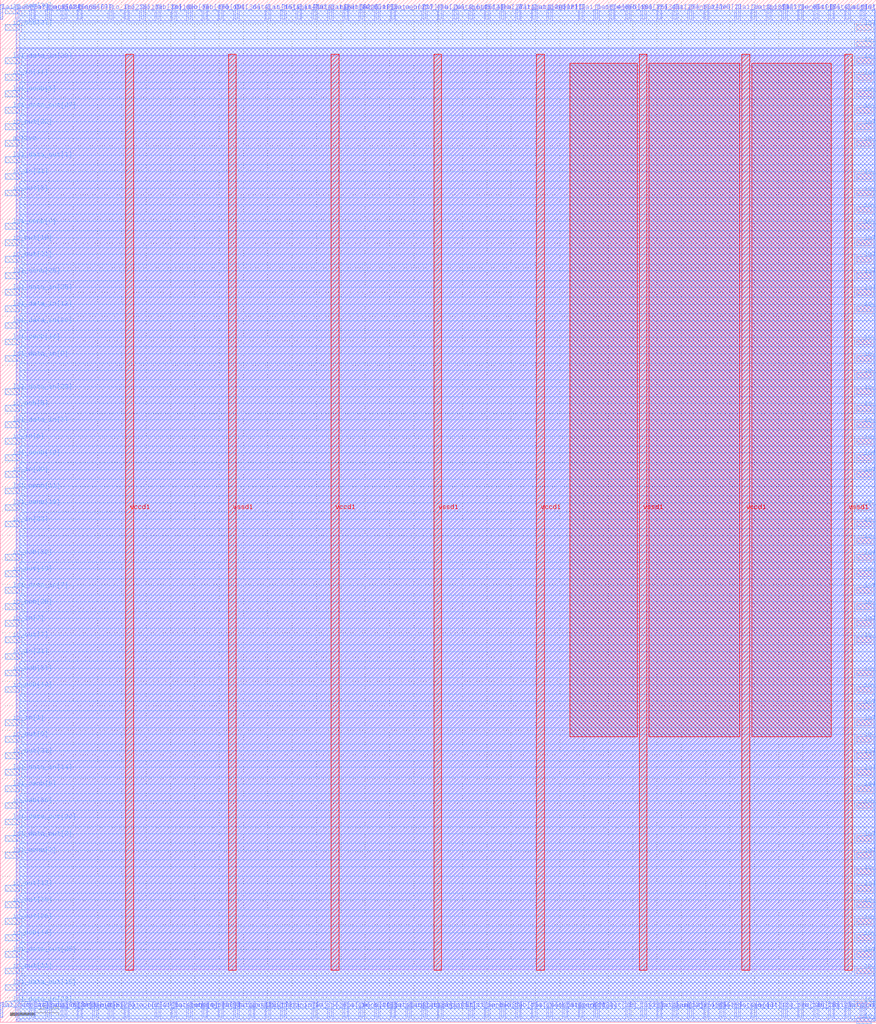
<source format=lef>
VERSION 5.7 ;
  NOWIREEXTENSIONATPIN ON ;
  DIVIDERCHAR "/" ;
  BUSBITCHARS "[]" ;
MACRO wrapped_rgb_mixer
  CLASS BLOCK ;
  FOREIGN wrapped_rgb_mixer ;
  ORIGIN 0.000 0.000 ;
  SIZE 180.000 BY 210.000 ;
  PIN active
    DIRECTION INPUT ;
    USE SIGNAL ;
    PORT
      LAYER met3 ;
        RECT 1.000 179.940 4.000 181.140 ;
    END
  END active
  PIN io_in[0]
    DIRECTION INPUT ;
    USE SIGNAL ;
    PORT
      LAYER met2 ;
        RECT 57.910 1.000 58.470 4.000 ;
    END
  END io_in[0]
  PIN io_in[10]
    DIRECTION INPUT ;
    USE SIGNAL ;
    PORT
      LAYER met2 ;
        RECT 93.330 206.000 93.890 209.000 ;
    END
  END io_in[10]
  PIN io_in[11]
    DIRECTION INPUT ;
    USE SIGNAL ;
    PORT
      LAYER met3 ;
        RECT 1.000 193.540 4.000 194.740 ;
    END
  END io_in[11]
  PIN io_in[12]
    DIRECTION INPUT ;
    USE SIGNAL ;
    PORT
      LAYER met3 ;
        RECT 176.000 179.940 179.000 181.140 ;
    END
  END io_in[12]
  PIN io_in[13]
    DIRECTION INPUT ;
    USE SIGNAL ;
    PORT
      LAYER met2 ;
        RECT 90.110 1.000 90.670 4.000 ;
    END
  END io_in[13]
  PIN io_in[14]
    DIRECTION INPUT ;
    USE SIGNAL ;
    PORT
      LAYER met2 ;
        RECT 57.910 206.000 58.470 209.000 ;
    END
  END io_in[14]
  PIN io_in[15]
    DIRECTION INPUT ;
    USE SIGNAL ;
    PORT
      LAYER met3 ;
        RECT 176.000 186.740 179.000 187.940 ;
    END
  END io_in[15]
  PIN io_in[16]
    DIRECTION INPUT ;
    USE SIGNAL ;
    PORT
      LAYER met3 ;
        RECT 176.000 30.340 179.000 31.540 ;
    END
  END io_in[16]
  PIN io_in[17]
    DIRECTION INPUT ;
    USE SIGNAL ;
    PORT
      LAYER met2 ;
        RECT 25.710 206.000 26.270 209.000 ;
    END
  END io_in[17]
  PIN io_in[18]
    DIRECTION INPUT ;
    USE SIGNAL ;
    PORT
      LAYER met2 ;
        RECT 32.150 206.000 32.710 209.000 ;
    END
  END io_in[18]
  PIN io_in[19]
    DIRECTION INPUT ;
    USE SIGNAL ;
    PORT
      LAYER met2 ;
        RECT 167.390 1.000 167.950 4.000 ;
    END
  END io_in[19]
  PIN io_in[1]
    DIRECTION INPUT ;
    USE SIGNAL ;
    PORT
      LAYER met3 ;
        RECT 1.000 60.940 4.000 62.140 ;
    END
  END io_in[1]
  PIN io_in[20]
    DIRECTION INPUT ;
    USE SIGNAL ;
    PORT
      LAYER met3 ;
        RECT 1.000 111.940 4.000 113.140 ;
    END
  END io_in[20]
  PIN io_in[21]
    DIRECTION INPUT ;
    USE SIGNAL ;
    PORT
      LAYER met3 ;
        RECT 1.000 74.540 4.000 75.740 ;
    END
  END io_in[21]
  PIN io_in[22]
    DIRECTION INPUT ;
    USE SIGNAL ;
    PORT
      LAYER met3 ;
        RECT 176.000 77.940 179.000 79.140 ;
    END
  END io_in[22]
  PIN io_in[23]
    DIRECTION INPUT ;
    USE SIGNAL ;
    PORT
      LAYER met2 ;
        RECT 22.490 206.000 23.050 209.000 ;
    END
  END io_in[23]
  PIN io_in[24]
    DIRECTION INPUT ;
    USE SIGNAL ;
    PORT
      LAYER met2 ;
        RECT 9.610 206.000 10.170 209.000 ;
    END
  END io_in[24]
  PIN io_in[25]
    DIRECTION INPUT ;
    USE SIGNAL ;
    PORT
      LAYER met2 ;
        RECT 144.850 1.000 145.410 4.000 ;
    END
  END io_in[25]
  PIN io_in[26]
    DIRECTION INPUT ;
    USE SIGNAL ;
    PORT
      LAYER met2 ;
        RECT 141.630 1.000 142.190 4.000 ;
    END
  END io_in[26]
  PIN io_in[27]
    DIRECTION INPUT ;
    USE SIGNAL ;
    PORT
      LAYER met3 ;
        RECT 176.000 57.540 179.000 58.740 ;
    END
  END io_in[27]
  PIN io_in[28]
    DIRECTION INPUT ;
    USE SIGNAL ;
    PORT
      LAYER met2 ;
        RECT 128.750 1.000 129.310 4.000 ;
    END
  END io_in[28]
  PIN io_in[29]
    DIRECTION INPUT ;
    USE SIGNAL ;
    PORT
      LAYER met2 ;
        RECT 177.050 206.000 177.610 209.000 ;
    END
  END io_in[29]
  PIN io_in[2]
    DIRECTION INPUT ;
    USE SIGNAL ;
    PORT
      LAYER met2 ;
        RECT 64.350 1.000 64.910 4.000 ;
    END
  END io_in[2]
  PIN io_in[30]
    DIRECTION INPUT ;
    USE SIGNAL ;
    PORT
      LAYER met3 ;
        RECT 176.000 91.540 179.000 92.740 ;
    END
  END io_in[30]
  PIN io_in[31]
    DIRECTION INPUT ;
    USE SIGNAL ;
    PORT
      LAYER met3 ;
        RECT 1.000 173.140 4.000 174.340 ;
    END
  END io_in[31]
  PIN io_in[32]
    DIRECTION INPUT ;
    USE SIGNAL ;
    PORT
      LAYER met2 ;
        RECT 119.090 1.000 119.650 4.000 ;
    END
  END io_in[32]
  PIN io_in[33]
    DIRECTION INPUT ;
    USE SIGNAL ;
    PORT
      LAYER met3 ;
        RECT 1.000 101.740 4.000 102.940 ;
    END
  END io_in[33]
  PIN io_in[34]
    DIRECTION INPUT ;
    USE SIGNAL ;
    PORT
      LAYER met2 ;
        RECT 131.970 206.000 132.530 209.000 ;
    END
  END io_in[34]
  PIN io_in[35]
    DIRECTION INPUT ;
    USE SIGNAL ;
    PORT
      LAYER met2 ;
        RECT 154.510 206.000 155.070 209.000 ;
    END
  END io_in[35]
  PIN io_in[36]
    DIRECTION INPUT ;
    USE SIGNAL ;
    PORT
      LAYER met3 ;
        RECT 176.000 135.740 179.000 136.940 ;
    END
  END io_in[36]
  PIN io_in[37]
    DIRECTION INPUT ;
    USE SIGNAL ;
    PORT
      LAYER met2 ;
        RECT 157.730 206.000 158.290 209.000 ;
    END
  END io_in[37]
  PIN io_in[3]
    DIRECTION INPUT ;
    USE SIGNAL ;
    PORT
      LAYER met2 ;
        RECT 96.550 206.000 97.110 209.000 ;
    END
  END io_in[3]
  PIN io_in[4]
    DIRECTION INPUT ;
    USE SIGNAL ;
    PORT
      LAYER met3 ;
        RECT 176.000 132.340 179.000 133.540 ;
    END
  END io_in[4]
  PIN io_in[5]
    DIRECTION INPUT ;
    USE SIGNAL ;
    PORT
      LAYER met3 ;
        RECT 176.000 200.340 179.000 201.540 ;
    END
  END io_in[5]
  PIN io_in[6]
    DIRECTION INPUT ;
    USE SIGNAL ;
    PORT
      LAYER met3 ;
        RECT 1.000 118.740 4.000 119.940 ;
    END
  END io_in[6]
  PIN io_in[7]
    DIRECTION INPUT ;
    USE SIGNAL ;
    PORT
      LAYER met3 ;
        RECT 1.000 81.340 4.000 82.540 ;
    END
  END io_in[7]
  PIN io_in[8]
    DIRECTION INPUT ;
    USE SIGNAL ;
    PORT
      LAYER met3 ;
        RECT 176.000 145.940 179.000 147.140 ;
    END
  END io_in[8]
  PIN io_in[9]
    DIRECTION INPUT ;
    USE SIGNAL ;
    PORT
      LAYER met2 ;
        RECT 16.050 206.000 16.610 209.000 ;
    END
  END io_in[9]
  PIN io_oeb[0]
    DIRECTION OUTPUT TRISTATE ;
    USE SIGNAL ;
    PORT
      LAYER met2 ;
        RECT 102.990 1.000 103.550 4.000 ;
    END
  END io_oeb[0]
  PIN io_oeb[10]
    DIRECTION OUTPUT TRISTATE ;
    USE SIGNAL ;
    PORT
      LAYER met3 ;
        RECT 1.000 67.740 4.000 68.940 ;
    END
  END io_oeb[10]
  PIN io_oeb[11]
    DIRECTION OUTPUT TRISTATE ;
    USE SIGNAL ;
    PORT
      LAYER met3 ;
        RECT 176.000 125.540 179.000 126.740 ;
    END
  END io_oeb[11]
  PIN io_oeb[12]
    DIRECTION OUTPUT TRISTATE ;
    USE SIGNAL ;
    PORT
      LAYER met3 ;
        RECT 176.000 71.140 179.000 72.340 ;
    END
  END io_oeb[12]
  PIN io_oeb[13]
    DIRECTION OUTPUT TRISTATE ;
    USE SIGNAL ;
    PORT
      LAYER met3 ;
        RECT 176.000 67.740 179.000 68.940 ;
    END
  END io_oeb[13]
  PIN io_oeb[14]
    DIRECTION OUTPUT TRISTATE ;
    USE SIGNAL ;
    PORT
      LAYER met3 ;
        RECT 1.000 16.740 4.000 17.940 ;
    END
  END io_oeb[14]
  PIN io_oeb[15]
    DIRECTION OUTPUT TRISTATE ;
    USE SIGNAL ;
    PORT
      LAYER met2 ;
        RECT 38.590 206.000 39.150 209.000 ;
    END
  END io_oeb[15]
  PIN io_oeb[16]
    DIRECTION OUTPUT TRISTATE ;
    USE SIGNAL ;
    PORT
      LAYER met3 ;
        RECT 176.000 23.540 179.000 24.740 ;
    END
  END io_oeb[16]
  PIN io_oeb[17]
    DIRECTION OUTPUT TRISTATE ;
    USE SIGNAL ;
    PORT
      LAYER met2 ;
        RECT 51.470 1.000 52.030 4.000 ;
    END
  END io_oeb[17]
  PIN io_oeb[18]
    DIRECTION OUTPUT TRISTATE ;
    USE SIGNAL ;
    PORT
      LAYER met2 ;
        RECT 125.530 206.000 126.090 209.000 ;
    END
  END io_oeb[18]
  PIN io_oeb[19]
    DIRECTION OUTPUT TRISTATE ;
    USE SIGNAL ;
    PORT
      LAYER met2 ;
        RECT 41.810 206.000 42.370 209.000 ;
    END
  END io_oeb[19]
  PIN io_oeb[1]
    DIRECTION OUTPUT TRISTATE ;
    USE SIGNAL ;
    PORT
      LAYER met2 ;
        RECT 151.290 1.000 151.850 4.000 ;
    END
  END io_oeb[1]
  PIN io_oeb[20]
    DIRECTION OUTPUT TRISTATE ;
    USE SIGNAL ;
    PORT
      LAYER met3 ;
        RECT 176.000 98.340 179.000 99.540 ;
    END
  END io_oeb[20]
  PIN io_oeb[21]
    DIRECTION OUTPUT TRISTATE ;
    USE SIGNAL ;
    PORT
      LAYER met3 ;
        RECT 1.000 203.740 4.000 204.940 ;
    END
  END io_oeb[21]
  PIN io_oeb[22]
    DIRECTION OUTPUT TRISTATE ;
    USE SIGNAL ;
    PORT
      LAYER met2 ;
        RECT 19.270 1.000 19.830 4.000 ;
    END
  END io_oeb[22]
  PIN io_oeb[23]
    DIRECTION OUTPUT TRISTATE ;
    USE SIGNAL ;
    PORT
      LAYER met2 ;
        RECT 80.450 206.000 81.010 209.000 ;
    END
  END io_oeb[23]
  PIN io_oeb[24]
    DIRECTION OUTPUT TRISTATE ;
    USE SIGNAL ;
    PORT
      LAYER met2 ;
        RECT 86.890 206.000 87.450 209.000 ;
    END
  END io_oeb[24]
  PIN io_oeb[25]
    DIRECTION OUTPUT TRISTATE ;
    USE SIGNAL ;
    PORT
      LAYER met3 ;
        RECT 176.000 3.140 179.000 4.340 ;
    END
  END io_oeb[25]
  PIN io_oeb[26]
    DIRECTION OUTPUT TRISTATE ;
    USE SIGNAL ;
    PORT
      LAYER met3 ;
        RECT 176.000 166.340 179.000 167.540 ;
    END
  END io_oeb[26]
  PIN io_oeb[27]
    DIRECTION OUTPUT TRISTATE ;
    USE SIGNAL ;
    PORT
      LAYER met2 ;
        RECT 99.770 206.000 100.330 209.000 ;
    END
  END io_oeb[27]
  PIN io_oeb[28]
    DIRECTION OUTPUT TRISTATE ;
    USE SIGNAL ;
    PORT
      LAYER met2 ;
        RECT 164.170 1.000 164.730 4.000 ;
    END
  END io_oeb[28]
  PIN io_oeb[29]
    DIRECTION OUTPUT TRISTATE ;
    USE SIGNAL ;
    PORT
      LAYER met3 ;
        RECT 176.000 139.140 179.000 140.340 ;
    END
  END io_oeb[29]
  PIN io_oeb[2]
    DIRECTION OUTPUT TRISTATE ;
    USE SIGNAL ;
    PORT
      LAYER met2 ;
        RECT 144.850 206.000 145.410 209.000 ;
    END
  END io_oeb[2]
  PIN io_oeb[30]
    DIRECTION OUTPUT TRISTATE ;
    USE SIGNAL ;
    PORT
      LAYER met3 ;
        RECT 1.000 207.140 4.000 208.340 ;
    END
  END io_oeb[30]
  PIN io_oeb[31]
    DIRECTION OUTPUT TRISTATE ;
    USE SIGNAL ;
    PORT
      LAYER met2 ;
        RECT 160.950 1.000 161.510 4.000 ;
    END
  END io_oeb[31]
  PIN io_oeb[32]
    DIRECTION OUTPUT TRISTATE ;
    USE SIGNAL ;
    PORT
      LAYER met3 ;
        RECT 1.000 94.940 4.000 96.140 ;
    END
  END io_oeb[32]
  PIN io_oeb[33]
    DIRECTION OUTPUT TRISTATE ;
    USE SIGNAL ;
    PORT
      LAYER met3 ;
        RECT 176.000 9.940 179.000 11.140 ;
    END
  END io_oeb[33]
  PIN io_oeb[34]
    DIRECTION OUTPUT TRISTATE ;
    USE SIGNAL ;
    PORT
      LAYER met2 ;
        RECT 28.930 206.000 29.490 209.000 ;
    END
  END io_oeb[34]
  PIN io_oeb[35]
    DIRECTION OUTPUT TRISTATE ;
    USE SIGNAL ;
    PORT
      LAYER met3 ;
        RECT 1.000 84.740 4.000 85.940 ;
    END
  END io_oeb[35]
  PIN io_oeb[36]
    DIRECTION OUTPUT TRISTATE ;
    USE SIGNAL ;
    PORT
      LAYER met3 ;
        RECT 1.000 43.940 4.000 45.140 ;
    END
  END io_oeb[36]
  PIN io_oeb[37]
    DIRECTION OUTPUT TRISTATE ;
    USE SIGNAL ;
    PORT
      LAYER met3 ;
        RECT 1.000 71.140 4.000 72.340 ;
    END
  END io_oeb[37]
  PIN io_oeb[3]
    DIRECTION OUTPUT TRISTATE ;
    USE SIGNAL ;
    PORT
      LAYER met2 ;
        RECT 99.770 1.000 100.330 4.000 ;
    END
  END io_oeb[3]
  PIN io_oeb[4]
    DIRECTION OUTPUT TRISTATE ;
    USE SIGNAL ;
    PORT
      LAYER met3 ;
        RECT 176.000 16.740 179.000 17.940 ;
    END
  END io_oeb[4]
  PIN io_oeb[5]
    DIRECTION OUTPUT TRISTATE ;
    USE SIGNAL ;
    PORT
      LAYER met3 ;
        RECT 1.000 125.540 4.000 126.740 ;
    END
  END io_oeb[5]
  PIN io_oeb[6]
    DIRECTION OUTPUT TRISTATE ;
    USE SIGNAL ;
    PORT
      LAYER met3 ;
        RECT 176.000 84.740 179.000 85.940 ;
    END
  END io_oeb[6]
  PIN io_oeb[7]
    DIRECTION OUTPUT TRISTATE ;
    USE SIGNAL ;
    PORT
      LAYER met2 ;
        RECT 35.370 206.000 35.930 209.000 ;
    END
  END io_oeb[7]
  PIN io_oeb[8]
    DIRECTION OUTPUT TRISTATE ;
    USE SIGNAL ;
    PORT
      LAYER met2 ;
        RECT 16.050 1.000 16.610 4.000 ;
    END
  END io_oeb[8]
  PIN io_oeb[9]
    DIRECTION OUTPUT TRISTATE ;
    USE SIGNAL ;
    PORT
      LAYER met2 ;
        RECT 41.810 1.000 42.370 4.000 ;
    END
  END io_oeb[9]
  PIN io_out[0]
    DIRECTION OUTPUT TRISTATE ;
    USE SIGNAL ;
    PORT
      LAYER met3 ;
        RECT 176.000 196.940 179.000 198.140 ;
    END
  END io_out[0]
  PIN io_out[10]
    DIRECTION OUTPUT TRISTATE ;
    USE SIGNAL ;
    PORT
      LAYER met3 ;
        RECT 176.000 122.140 179.000 123.340 ;
    END
  END io_out[10]
  PIN io_out[11]
    DIRECTION OUTPUT TRISTATE ;
    USE SIGNAL ;
    PORT
      LAYER met3 ;
        RECT 1.000 9.940 4.000 11.140 ;
    END
  END io_out[11]
  PIN io_out[12]
    DIRECTION OUTPUT TRISTATE ;
    USE SIGNAL ;
    PORT
      LAYER met3 ;
        RECT 1.000 26.940 4.000 28.140 ;
    END
  END io_out[12]
  PIN io_out[13]
    DIRECTION OUTPUT TRISTATE ;
    USE SIGNAL ;
    PORT
      LAYER met2 ;
        RECT 154.510 1.000 155.070 4.000 ;
    END
  END io_out[13]
  PIN io_out[14]
    DIRECTION OUTPUT TRISTATE ;
    USE SIGNAL ;
    PORT
      LAYER met3 ;
        RECT 176.000 169.740 179.000 170.940 ;
    END
  END io_out[14]
  PIN io_out[15]
    DIRECTION OUTPUT TRISTATE ;
    USE SIGNAL ;
    PORT
      LAYER met3 ;
        RECT 1.000 159.540 4.000 160.740 ;
    END
  END io_out[15]
  PIN io_out[16]
    DIRECTION OUTPUT TRISTATE ;
    USE SIGNAL ;
    PORT
      LAYER met3 ;
        RECT 176.000 118.740 179.000 119.940 ;
    END
  END io_out[16]
  PIN io_out[17]
    DIRECTION OUTPUT TRISTATE ;
    USE SIGNAL ;
    PORT
      LAYER met2 ;
        RECT 164.170 206.000 164.730 209.000 ;
    END
  END io_out[17]
  PIN io_out[18]
    DIRECTION OUTPUT TRISTATE ;
    USE SIGNAL ;
    PORT
      LAYER met3 ;
        RECT 176.000 -0.260 179.000 0.940 ;
    END
  END io_out[18]
  PIN io_out[19]
    DIRECTION OUTPUT TRISTATE ;
    USE SIGNAL ;
    PORT
      LAYER met3 ;
        RECT 1.000 91.540 4.000 92.740 ;
    END
  END io_out[19]
  PIN io_out[1]
    DIRECTION OUTPUT TRISTATE ;
    USE SIGNAL ;
    PORT
      LAYER met2 ;
        RECT 112.650 206.000 113.210 209.000 ;
    END
  END io_out[1]
  PIN io_out[20]
    DIRECTION OUTPUT TRISTATE ;
    USE SIGNAL ;
    PORT
      LAYER met2 ;
        RECT 141.630 206.000 142.190 209.000 ;
    END
  END io_out[20]
  PIN io_out[21]
    DIRECTION OUTPUT TRISTATE ;
    USE SIGNAL ;
    PORT
      LAYER met3 ;
        RECT 1.000 156.140 4.000 157.340 ;
    END
  END io_out[21]
  PIN io_out[22]
    DIRECTION OUTPUT TRISTATE ;
    USE SIGNAL ;
    PORT
      LAYER met2 ;
        RECT 122.310 1.000 122.870 4.000 ;
    END
  END io_out[22]
  PIN io_out[23]
    DIRECTION OUTPUT TRISTATE ;
    USE SIGNAL ;
    PORT
      LAYER met3 ;
        RECT 176.000 101.740 179.000 102.940 ;
    END
  END io_out[23]
  PIN io_out[24]
    DIRECTION OUTPUT TRISTATE ;
    USE SIGNAL ;
    PORT
      LAYER met2 ;
        RECT 106.210 1.000 106.770 4.000 ;
    END
  END io_out[24]
  PIN io_out[25]
    DIRECTION OUTPUT TRISTATE ;
    USE SIGNAL ;
    PORT
      LAYER met2 ;
        RECT 128.750 206.000 129.310 209.000 ;
    END
  END io_out[25]
  PIN io_out[26]
    DIRECTION OUTPUT TRISTATE ;
    USE SIGNAL ;
    PORT
      LAYER met3 ;
        RECT 1.000 20.140 4.000 21.340 ;
    END
  END io_out[26]
  PIN io_out[27]
    DIRECTION OUTPUT TRISTATE ;
    USE SIGNAL ;
    PORT
      LAYER met2 ;
        RECT 135.190 206.000 135.750 209.000 ;
    END
  END io_out[27]
  PIN io_out[28]
    DIRECTION OUTPUT TRISTATE ;
    USE SIGNAL ;
    PORT
      LAYER met2 ;
        RECT 67.570 1.000 68.130 4.000 ;
    END
  END io_out[28]
  PIN io_out[29]
    DIRECTION OUTPUT TRISTATE ;
    USE SIGNAL ;
    PORT
      LAYER met3 ;
        RECT 176.000 20.140 179.000 21.340 ;
    END
  END io_out[29]
  PIN io_out[2]
    DIRECTION OUTPUT TRISTATE ;
    USE SIGNAL ;
    PORT
      LAYER met2 ;
        RECT 25.710 1.000 26.270 4.000 ;
    END
  END io_out[2]
  PIN io_out[30]
    DIRECTION OUTPUT TRISTATE ;
    USE SIGNAL ;
    PORT
      LAYER met3 ;
        RECT 1.000 23.540 4.000 24.740 ;
    END
  END io_out[30]
  PIN io_out[31]
    DIRECTION OUTPUT TRISTATE ;
    USE SIGNAL ;
    PORT
      LAYER met3 ;
        RECT 1.000 54.140 4.000 55.340 ;
    END
  END io_out[31]
  PIN io_out[32]
    DIRECTION OUTPUT TRISTATE ;
    USE SIGNAL ;
    PORT
      LAYER met3 ;
        RECT 1.000 183.340 4.000 184.540 ;
    END
  END io_out[32]
  PIN io_out[33]
    DIRECTION OUTPUT TRISTATE ;
    USE SIGNAL ;
    PORT
      LAYER met3 ;
        RECT 176.000 43.940 179.000 45.140 ;
    END
  END io_out[33]
  PIN io_out[34]
    DIRECTION OUTPUT TRISTATE ;
    USE SIGNAL ;
    PORT
      LAYER met3 ;
        RECT 176.000 173.140 179.000 174.340 ;
    END
  END io_out[34]
  PIN io_out[35]
    DIRECTION OUTPUT TRISTATE ;
    USE SIGNAL ;
    PORT
      LAYER met3 ;
        RECT 176.000 162.940 179.000 164.140 ;
    END
  END io_out[35]
  PIN io_out[36]
    DIRECTION OUTPUT TRISTATE ;
    USE SIGNAL ;
    PORT
      LAYER met2 ;
        RECT 45.030 206.000 45.590 209.000 ;
    END
  END io_out[36]
  PIN io_out[37]
    DIRECTION OUTPUT TRISTATE ;
    USE SIGNAL ;
    PORT
      LAYER met3 ;
        RECT 176.000 190.140 179.000 191.340 ;
    END
  END io_out[37]
  PIN io_out[3]
    DIRECTION OUTPUT TRISTATE ;
    USE SIGNAL ;
    PORT
      LAYER met3 ;
        RECT 1.000 169.740 4.000 170.940 ;
    END
  END io_out[3]
  PIN io_out[4]
    DIRECTION OUTPUT TRISTATE ;
    USE SIGNAL ;
    PORT
      LAYER met3 ;
        RECT 176.000 128.940 179.000 130.140 ;
    END
  END io_out[4]
  PIN io_out[5]
    DIRECTION OUTPUT TRISTATE ;
    USE SIGNAL ;
    PORT
      LAYER met2 ;
        RECT 74.010 206.000 74.570 209.000 ;
    END
  END io_out[5]
  PIN io_out[6]
    DIRECTION OUTPUT TRISTATE ;
    USE SIGNAL ;
    PORT
      LAYER met2 ;
        RECT 170.610 206.000 171.170 209.000 ;
    END
  END io_out[6]
  PIN io_out[7]
    DIRECTION OUTPUT TRISTATE ;
    USE SIGNAL ;
    PORT
      LAYER met3 ;
        RECT 1.000 77.940 4.000 79.140 ;
    END
  END io_out[7]
  PIN io_out[8]
    DIRECTION OUTPUT TRISTATE ;
    USE SIGNAL ;
    PORT
      LAYER met2 ;
        RECT 74.010 1.000 74.570 4.000 ;
    END
  END io_out[8]
  PIN io_out[9]
    DIRECTION OUTPUT TRISTATE ;
    USE SIGNAL ;
    PORT
      LAYER met3 ;
        RECT 1.000 57.540 4.000 58.740 ;
    END
  END io_out[9]
  PIN la1_data_in[0]
    DIRECTION INPUT ;
    USE SIGNAL ;
    PORT
      LAYER met3 ;
        RECT 176.000 47.340 179.000 48.540 ;
    END
  END la1_data_in[0]
  PIN la1_data_in[10]
    DIRECTION INPUT ;
    USE SIGNAL ;
    PORT
      LAYER met2 ;
        RECT 83.670 1.000 84.230 4.000 ;
    END
  END la1_data_in[10]
  PIN la1_data_in[11]
    DIRECTION INPUT ;
    USE SIGNAL ;
    PORT
      LAYER met3 ;
        RECT 176.000 37.140 179.000 38.340 ;
    END
  END la1_data_in[11]
  PIN la1_data_in[12]
    DIRECTION INPUT ;
    USE SIGNAL ;
    PORT
      LAYER met3 ;
        RECT 1.000 145.940 4.000 147.140 ;
    END
  END la1_data_in[12]
  PIN la1_data_in[13]
    DIRECTION INPUT ;
    USE SIGNAL ;
    PORT
      LAYER met2 ;
        RECT 131.970 1.000 132.530 4.000 ;
    END
  END la1_data_in[13]
  PIN la1_data_in[14]
    DIRECTION INPUT ;
    USE SIGNAL ;
    PORT
      LAYER met3 ;
        RECT 1.000 50.740 4.000 51.940 ;
    END
  END la1_data_in[14]
  PIN la1_data_in[15]
    DIRECTION INPUT ;
    USE SIGNAL ;
    PORT
      LAYER met2 ;
        RECT 48.250 206.000 48.810 209.000 ;
    END
  END la1_data_in[15]
  PIN la1_data_in[16]
    DIRECTION INPUT ;
    USE SIGNAL ;
    PORT
      LAYER met2 ;
        RECT 106.210 206.000 106.770 209.000 ;
    END
  END la1_data_in[16]
  PIN la1_data_in[17]
    DIRECTION INPUT ;
    USE SIGNAL ;
    PORT
      LAYER met2 ;
        RECT 77.230 206.000 77.790 209.000 ;
    END
  END la1_data_in[17]
  PIN la1_data_in[18]
    DIRECTION INPUT ;
    USE SIGNAL ;
    PORT
      LAYER met2 ;
        RECT 170.610 1.000 171.170 4.000 ;
    END
  END la1_data_in[18]
  PIN la1_data_in[19]
    DIRECTION INPUT ;
    USE SIGNAL ;
    PORT
      LAYER met2 ;
        RECT 54.690 206.000 55.250 209.000 ;
    END
  END la1_data_in[19]
  PIN la1_data_in[1]
    DIRECTION INPUT ;
    USE SIGNAL ;
    PORT
      LAYER met2 ;
        RECT 77.230 1.000 77.790 4.000 ;
    END
  END la1_data_in[1]
  PIN la1_data_in[20]
    DIRECTION INPUT ;
    USE SIGNAL ;
    PORT
      LAYER met3 ;
        RECT 1.000 142.540 4.000 143.740 ;
    END
  END la1_data_in[20]
  PIN la1_data_in[21]
    DIRECTION INPUT ;
    USE SIGNAL ;
    PORT
      LAYER met2 ;
        RECT 173.830 206.000 174.390 209.000 ;
    END
  END la1_data_in[21]
  PIN la1_data_in[22]
    DIRECTION INPUT ;
    USE SIGNAL ;
    PORT
      LAYER met3 ;
        RECT 176.000 50.740 179.000 51.940 ;
    END
  END la1_data_in[22]
  PIN la1_data_in[23]
    DIRECTION INPUT ;
    USE SIGNAL ;
    PORT
      LAYER met3 ;
        RECT 1.000 3.140 4.000 4.340 ;
    END
  END la1_data_in[23]
  PIN la1_data_in[24]
    DIRECTION INPUT ;
    USE SIGNAL ;
    PORT
      LAYER met2 ;
        RECT 54.690 1.000 55.250 4.000 ;
    END
  END la1_data_in[24]
  PIN la1_data_in[25]
    DIRECTION INPUT ;
    USE SIGNAL ;
    PORT
      LAYER met3 ;
        RECT 1.000 149.340 4.000 150.540 ;
    END
  END la1_data_in[25]
  PIN la1_data_in[26]
    DIRECTION INPUT ;
    USE SIGNAL ;
    PORT
      LAYER met3 ;
        RECT 176.000 26.940 179.000 28.140 ;
    END
  END la1_data_in[26]
  PIN la1_data_in[27]
    DIRECTION INPUT ;
    USE SIGNAL ;
    PORT
      LAYER met2 ;
        RECT 112.650 1.000 113.210 4.000 ;
    END
  END la1_data_in[27]
  PIN la1_data_in[28]
    DIRECTION INPUT ;
    USE SIGNAL ;
    PORT
      LAYER met3 ;
        RECT 1.000 128.940 4.000 130.140 ;
    END
  END la1_data_in[28]
  PIN la1_data_in[29]
    DIRECTION INPUT ;
    USE SIGNAL ;
    PORT
      LAYER met3 ;
        RECT 1.000 196.940 4.000 198.140 ;
    END
  END la1_data_in[29]
  PIN la1_data_in[2]
    DIRECTION INPUT ;
    USE SIGNAL ;
    PORT
      LAYER met2 ;
        RECT 45.030 1.000 45.590 4.000 ;
    END
  END la1_data_in[2]
  PIN la1_data_in[30]
    DIRECTION INPUT ;
    USE SIGNAL ;
    PORT
      LAYER met2 ;
        RECT 6.390 1.000 6.950 4.000 ;
    END
  END la1_data_in[30]
  PIN la1_data_in[31]
    DIRECTION INPUT ;
    USE SIGNAL ;
    PORT
      LAYER met2 ;
        RECT 148.070 1.000 148.630 4.000 ;
    END
  END la1_data_in[31]
  PIN la1_data_in[3]
    DIRECTION INPUT ;
    USE SIGNAL ;
    PORT
      LAYER met3 ;
        RECT 1.000 122.140 4.000 123.340 ;
    END
  END la1_data_in[3]
  PIN la1_data_in[4]
    DIRECTION INPUT ;
    USE SIGNAL ;
    PORT
      LAYER met2 ;
        RECT 151.290 206.000 151.850 209.000 ;
    END
  END la1_data_in[4]
  PIN la1_data_in[5]
    DIRECTION INPUT ;
    USE SIGNAL ;
    PORT
      LAYER met3 ;
        RECT 176.000 111.940 179.000 113.140 ;
    END
  END la1_data_in[5]
  PIN la1_data_in[6]
    DIRECTION INPUT ;
    USE SIGNAL ;
    PORT
      LAYER met2 ;
        RECT 61.130 206.000 61.690 209.000 ;
    END
  END la1_data_in[6]
  PIN la1_data_in[7]
    DIRECTION INPUT ;
    USE SIGNAL ;
    PORT
      LAYER met3 ;
        RECT 1.000 88.140 4.000 89.340 ;
    END
  END la1_data_in[7]
  PIN la1_data_in[8]
    DIRECTION INPUT ;
    USE SIGNAL ;
    PORT
      LAYER met2 ;
        RECT 64.350 206.000 64.910 209.000 ;
    END
  END la1_data_in[8]
  PIN la1_data_in[9]
    DIRECTION INPUT ;
    USE SIGNAL ;
    PORT
      LAYER met3 ;
        RECT 1.000 135.740 4.000 136.940 ;
    END
  END la1_data_in[9]
  PIN la1_data_out[0]
    DIRECTION OUTPUT TRISTATE ;
    USE SIGNAL ;
    PORT
      LAYER met2 ;
        RECT 32.150 1.000 32.710 4.000 ;
    END
  END la1_data_out[0]
  PIN la1_data_out[10]
    DIRECTION OUTPUT TRISTATE ;
    USE SIGNAL ;
    PORT
      LAYER met3 ;
        RECT 176.000 60.940 179.000 62.140 ;
    END
  END la1_data_out[10]
  PIN la1_data_out[11]
    DIRECTION OUTPUT TRISTATE ;
    USE SIGNAL ;
    PORT
      LAYER met2 ;
        RECT 86.890 1.000 87.450 4.000 ;
    END
  END la1_data_out[11]
  PIN la1_data_out[12]
    DIRECTION OUTPUT TRISTATE ;
    USE SIGNAL ;
    PORT
      LAYER met3 ;
        RECT 176.000 193.540 179.000 194.740 ;
    END
  END la1_data_out[12]
  PIN la1_data_out[13]
    DIRECTION OUTPUT TRISTATE ;
    USE SIGNAL ;
    PORT
      LAYER met2 ;
        RECT 3.170 206.000 3.730 209.000 ;
    END
  END la1_data_out[13]
  PIN la1_data_out[14]
    DIRECTION OUTPUT TRISTATE ;
    USE SIGNAL ;
    PORT
      LAYER met2 ;
        RECT 90.110 206.000 90.670 209.000 ;
    END
  END la1_data_out[14]
  PIN la1_data_out[15]
    DIRECTION OUTPUT TRISTATE ;
    USE SIGNAL ;
    PORT
      LAYER met3 ;
        RECT 1.000 6.540 4.000 7.740 ;
    END
  END la1_data_out[15]
  PIN la1_data_out[16]
    DIRECTION OUTPUT TRISTATE ;
    USE SIGNAL ;
    PORT
      LAYER met3 ;
        RECT 176.000 81.340 179.000 82.540 ;
    END
  END la1_data_out[16]
  PIN la1_data_out[17]
    DIRECTION OUTPUT TRISTATE ;
    USE SIGNAL ;
    PORT
      LAYER met3 ;
        RECT 176.000 156.140 179.000 157.340 ;
    END
  END la1_data_out[17]
  PIN la1_data_out[18]
    DIRECTION OUTPUT TRISTATE ;
    USE SIGNAL ;
    PORT
      LAYER met2 ;
        RECT 6.390 206.000 6.950 209.000 ;
    END
  END la1_data_out[18]
  PIN la1_data_out[19]
    DIRECTION OUTPUT TRISTATE ;
    USE SIGNAL ;
    PORT
      LAYER met3 ;
        RECT 176.000 115.340 179.000 116.540 ;
    END
  END la1_data_out[19]
  PIN la1_data_out[1]
    DIRECTION OUTPUT TRISTATE ;
    USE SIGNAL ;
    PORT
      LAYER met3 ;
        RECT 1.000 176.540 4.000 177.740 ;
    END
  END la1_data_out[1]
  PIN la1_data_out[20]
    DIRECTION OUTPUT TRISTATE ;
    USE SIGNAL ;
    PORT
      LAYER met3 ;
        RECT 1.000 40.540 4.000 41.740 ;
    END
  END la1_data_out[20]
  PIN la1_data_out[21]
    DIRECTION OUTPUT TRISTATE ;
    USE SIGNAL ;
    PORT
      LAYER met3 ;
        RECT 176.000 183.340 179.000 184.540 ;
    END
  END la1_data_out[21]
  PIN la1_data_out[22]
    DIRECTION OUTPUT TRISTATE ;
    USE SIGNAL ;
    PORT
      LAYER met2 ;
        RECT 102.990 206.000 103.550 209.000 ;
    END
  END la1_data_out[22]
  PIN la1_data_out[23]
    DIRECTION OUTPUT TRISTATE ;
    USE SIGNAL ;
    PORT
      LAYER met2 ;
        RECT 48.250 1.000 48.810 4.000 ;
    END
  END la1_data_out[23]
  PIN la1_data_out[24]
    DIRECTION OUTPUT TRISTATE ;
    USE SIGNAL ;
    PORT
      LAYER met3 ;
        RECT 176.000 88.140 179.000 89.340 ;
    END
  END la1_data_out[24]
  PIN la1_data_out[25]
    DIRECTION OUTPUT TRISTATE ;
    USE SIGNAL ;
    PORT
      LAYER met3 ;
        RECT 1.000 13.340 4.000 14.540 ;
    END
  END la1_data_out[25]
  PIN la1_data_out[26]
    DIRECTION OUTPUT TRISTATE ;
    USE SIGNAL ;
    PORT
      LAYER met3 ;
        RECT 176.000 33.740 179.000 34.940 ;
    END
  END la1_data_out[26]
  PIN la1_data_out[27]
    DIRECTION OUTPUT TRISTATE ;
    USE SIGNAL ;
    PORT
      LAYER met3 ;
        RECT 1.000 186.740 4.000 187.940 ;
    END
  END la1_data_out[27]
  PIN la1_data_out[28]
    DIRECTION OUTPUT TRISTATE ;
    USE SIGNAL ;
    PORT
      LAYER met2 ;
        RECT 173.830 1.000 174.390 4.000 ;
    END
  END la1_data_out[28]
  PIN la1_data_out[29]
    DIRECTION OUTPUT TRISTATE ;
    USE SIGNAL ;
    PORT
      LAYER met2 ;
        RECT 22.490 1.000 23.050 4.000 ;
    END
  END la1_data_out[29]
  PIN la1_data_out[2]
    DIRECTION OUTPUT TRISTATE ;
    USE SIGNAL ;
    PORT
      LAYER met2 ;
        RECT 80.450 1.000 81.010 4.000 ;
    END
  END la1_data_out[2]
  PIN la1_data_out[30]
    DIRECTION OUTPUT TRISTATE ;
    USE SIGNAL ;
    PORT
      LAYER met3 ;
        RECT 176.000 64.340 179.000 65.540 ;
    END
  END la1_data_out[30]
  PIN la1_data_out[31]
    DIRECTION OUTPUT TRISTATE ;
    USE SIGNAL ;
    PORT
      LAYER met3 ;
        RECT 176.000 203.740 179.000 204.940 ;
    END
  END la1_data_out[31]
  PIN la1_data_out[3]
    DIRECTION OUTPUT TRISTATE ;
    USE SIGNAL ;
    PORT
      LAYER met3 ;
        RECT 1.000 37.140 4.000 38.340 ;
    END
  END la1_data_out[3]
  PIN la1_data_out[4]
    DIRECTION OUTPUT TRISTATE ;
    USE SIGNAL ;
    PORT
      LAYER met2 ;
        RECT 177.050 1.000 177.610 4.000 ;
    END
  END la1_data_out[4]
  PIN la1_data_out[5]
    DIRECTION OUTPUT TRISTATE ;
    USE SIGNAL ;
    PORT
      LAYER met2 ;
        RECT 12.830 1.000 13.390 4.000 ;
    END
  END la1_data_out[5]
  PIN la1_data_out[6]
    DIRECTION OUTPUT TRISTATE ;
    USE SIGNAL ;
    PORT
      LAYER met3 ;
        RECT 176.000 94.940 179.000 96.140 ;
    END
  END la1_data_out[6]
  PIN la1_data_out[7]
    DIRECTION OUTPUT TRISTATE ;
    USE SIGNAL ;
    PORT
      LAYER met2 ;
        RECT 3.170 1.000 3.730 4.000 ;
    END
  END la1_data_out[7]
  PIN la1_data_out[8]
    DIRECTION OUTPUT TRISTATE ;
    USE SIGNAL ;
    PORT
      LAYER met3 ;
        RECT 176.000 159.540 179.000 160.740 ;
    END
  END la1_data_out[8]
  PIN la1_data_out[9]
    DIRECTION OUTPUT TRISTATE ;
    USE SIGNAL ;
    PORT
      LAYER met2 ;
        RECT 167.390 206.000 167.950 209.000 ;
    END
  END la1_data_out[9]
  PIN la1_oenb[0]
    DIRECTION INPUT ;
    USE SIGNAL ;
    PORT
      LAYER met3 ;
        RECT 176.000 13.340 179.000 14.540 ;
    END
  END la1_oenb[0]
  PIN la1_oenb[10]
    DIRECTION INPUT ;
    USE SIGNAL ;
    PORT
      LAYER met2 ;
        RECT 160.950 206.000 161.510 209.000 ;
    END
  END la1_oenb[10]
  PIN la1_oenb[11]
    DIRECTION INPUT ;
    USE SIGNAL ;
    PORT
      LAYER met3 ;
        RECT 1.000 108.540 4.000 109.740 ;
    END
  END la1_oenb[11]
  PIN la1_oenb[12]
    DIRECTION INPUT ;
    USE SIGNAL ;
    PORT
      LAYER met3 ;
        RECT 1.000 115.340 4.000 116.540 ;
    END
  END la1_oenb[12]
  PIN la1_oenb[13]
    DIRECTION INPUT ;
    USE SIGNAL ;
    PORT
      LAYER met2 ;
        RECT 115.870 1.000 116.430 4.000 ;
    END
  END la1_oenb[13]
  PIN la1_oenb[14]
    DIRECTION INPUT ;
    USE SIGNAL ;
    PORT
      LAYER met2 ;
        RECT -0.050 1.000 0.510 4.000 ;
    END
  END la1_oenb[14]
  PIN la1_oenb[15]
    DIRECTION INPUT ;
    USE SIGNAL ;
    PORT
      LAYER met2 ;
        RECT 138.410 1.000 138.970 4.000 ;
    END
  END la1_oenb[15]
  PIN la1_oenb[16]
    DIRECTION INPUT ;
    USE SIGNAL ;
    PORT
      LAYER met3 ;
        RECT 1.000 139.140 4.000 140.340 ;
    END
  END la1_oenb[16]
  PIN la1_oenb[17]
    DIRECTION INPUT ;
    USE SIGNAL ;
    PORT
      LAYER met2 ;
        RECT -0.050 206.000 0.510 209.000 ;
    END
  END la1_oenb[17]
  PIN la1_oenb[18]
    DIRECTION INPUT ;
    USE SIGNAL ;
    PORT
      LAYER met2 ;
        RECT 70.790 206.000 71.350 209.000 ;
    END
  END la1_oenb[18]
  PIN la1_oenb[19]
    DIRECTION INPUT ;
    USE SIGNAL ;
    PORT
      LAYER met3 ;
        RECT 1.000 105.140 4.000 106.340 ;
    END
  END la1_oenb[19]
  PIN la1_oenb[1]
    DIRECTION INPUT ;
    USE SIGNAL ;
    PORT
      LAYER met2 ;
        RECT 35.370 1.000 35.930 4.000 ;
    END
  END la1_oenb[1]
  PIN la1_oenb[20]
    DIRECTION INPUT ;
    USE SIGNAL ;
    PORT
      LAYER met2 ;
        RECT 9.610 1.000 10.170 4.000 ;
    END
  END la1_oenb[20]
  PIN la1_oenb[21]
    DIRECTION INPUT ;
    USE SIGNAL ;
    PORT
      LAYER met2 ;
        RECT 109.430 206.000 109.990 209.000 ;
    END
  END la1_oenb[21]
  PIN la1_oenb[22]
    DIRECTION INPUT ;
    USE SIGNAL ;
    PORT
      LAYER met2 ;
        RECT 67.570 206.000 68.130 209.000 ;
    END
  END la1_oenb[22]
  PIN la1_oenb[23]
    DIRECTION INPUT ;
    USE SIGNAL ;
    PORT
      LAYER met2 ;
        RECT 96.550 1.000 97.110 4.000 ;
    END
  END la1_oenb[23]
  PIN la1_oenb[24]
    DIRECTION INPUT ;
    USE SIGNAL ;
    PORT
      LAYER met2 ;
        RECT 138.410 206.000 138.970 209.000 ;
    END
  END la1_oenb[24]
  PIN la1_oenb[25]
    DIRECTION INPUT ;
    USE SIGNAL ;
    PORT
      LAYER met3 ;
        RECT 176.000 54.140 179.000 55.340 ;
    END
  END la1_oenb[25]
  PIN la1_oenb[26]
    DIRECTION INPUT ;
    USE SIGNAL ;
    PORT
      LAYER met3 ;
        RECT 1.000 152.740 4.000 153.940 ;
    END
  END la1_oenb[26]
  PIN la1_oenb[27]
    DIRECTION INPUT ;
    USE SIGNAL ;
    PORT
      LAYER met3 ;
        RECT 176.000 152.740 179.000 153.940 ;
    END
  END la1_oenb[27]
  PIN la1_oenb[28]
    DIRECTION INPUT ;
    USE SIGNAL ;
    PORT
      LAYER met2 ;
        RECT 38.590 1.000 39.150 4.000 ;
    END
  END la1_oenb[28]
  PIN la1_oenb[29]
    DIRECTION INPUT ;
    USE SIGNAL ;
    PORT
      LAYER met2 ;
        RECT 70.790 1.000 71.350 4.000 ;
    END
  END la1_oenb[29]
  PIN la1_oenb[2]
    DIRECTION INPUT ;
    USE SIGNAL ;
    PORT
      LAYER met3 ;
        RECT 1.000 33.740 4.000 34.940 ;
    END
  END la1_oenb[2]
  PIN la1_oenb[30]
    DIRECTION INPUT ;
    USE SIGNAL ;
    PORT
      LAYER met3 ;
        RECT 176.000 149.340 179.000 150.540 ;
    END
  END la1_oenb[30]
  PIN la1_oenb[31]
    DIRECTION INPUT ;
    USE SIGNAL ;
    PORT
      LAYER met2 ;
        RECT 109.430 1.000 109.990 4.000 ;
    END
  END la1_oenb[31]
  PIN la1_oenb[3]
    DIRECTION INPUT ;
    USE SIGNAL ;
    PORT
      LAYER met2 ;
        RECT 122.310 206.000 122.870 209.000 ;
    END
  END la1_oenb[3]
  PIN la1_oenb[4]
    DIRECTION INPUT ;
    USE SIGNAL ;
    PORT
      LAYER met2 ;
        RECT 119.090 206.000 119.650 209.000 ;
    END
  END la1_oenb[4]
  PIN la1_oenb[5]
    DIRECTION INPUT ;
    USE SIGNAL ;
    PORT
      LAYER met3 ;
        RECT 1.000 190.140 4.000 191.340 ;
    END
  END la1_oenb[5]
  PIN la1_oenb[6]
    DIRECTION INPUT ;
    USE SIGNAL ;
    PORT
      LAYER met2 ;
        RECT 12.830 206.000 13.390 209.000 ;
    END
  END la1_oenb[6]
  PIN la1_oenb[7]
    DIRECTION INPUT ;
    USE SIGNAL ;
    PORT
      LAYER met2 ;
        RECT 135.190 1.000 135.750 4.000 ;
    END
  END la1_oenb[7]
  PIN la1_oenb[8]
    DIRECTION INPUT ;
    USE SIGNAL ;
    PORT
      LAYER met3 ;
        RECT 1.000 47.340 4.000 48.540 ;
    END
  END la1_oenb[8]
  PIN la1_oenb[9]
    DIRECTION INPUT ;
    USE SIGNAL ;
    PORT
      LAYER met3 ;
        RECT 1.000 162.940 4.000 164.140 ;
    END
  END la1_oenb[9]
  PIN vccd1
    DIRECTION INOUT ;
    USE POWER ;
    PORT
      LAYER met4 ;
        RECT 25.820 10.640 27.420 198.800 ;
    END
    PORT
      LAYER met4 ;
        RECT 68.025 10.640 69.625 198.800 ;
    END
    PORT
      LAYER met4 ;
        RECT 110.230 10.640 111.830 198.800 ;
    END
    PORT
      LAYER met4 ;
        RECT 152.435 10.640 154.035 198.800 ;
    END
  END vccd1
  PIN vssd1
    DIRECTION INOUT ;
    USE GROUND ;
    PORT
      LAYER met4 ;
        RECT 46.920 10.640 48.520 198.800 ;
    END
    PORT
      LAYER met4 ;
        RECT 89.125 10.640 90.725 198.800 ;
    END
    PORT
      LAYER met4 ;
        RECT 131.330 10.640 132.930 198.800 ;
    END
    PORT
      LAYER met4 ;
        RECT 173.535 10.640 175.135 198.800 ;
    END
  END vssd1
  PIN wb_clk_i
    DIRECTION INPUT ;
    USE SIGNAL ;
    PORT
      LAYER met3 ;
        RECT 176.000 105.140 179.000 106.340 ;
    END
  END wb_clk_i
  OBS
      LAYER li1 ;
        RECT 5.520 10.795 174.340 198.645 ;
      LAYER met1 ;
        RECT 3.290 5.480 179.790 200.220 ;
      LAYER met2 ;
        RECT 4.010 205.720 6.110 207.925 ;
        RECT 7.230 205.720 9.330 207.925 ;
        RECT 10.450 205.720 12.550 207.925 ;
        RECT 13.670 205.720 15.770 207.925 ;
        RECT 16.890 205.720 22.210 207.925 ;
        RECT 23.330 205.720 25.430 207.925 ;
        RECT 26.550 205.720 28.650 207.925 ;
        RECT 29.770 205.720 31.870 207.925 ;
        RECT 32.990 205.720 35.090 207.925 ;
        RECT 36.210 205.720 38.310 207.925 ;
        RECT 39.430 205.720 41.530 207.925 ;
        RECT 42.650 205.720 44.750 207.925 ;
        RECT 45.870 205.720 47.970 207.925 ;
        RECT 49.090 205.720 54.410 207.925 ;
        RECT 55.530 205.720 57.630 207.925 ;
        RECT 58.750 205.720 60.850 207.925 ;
        RECT 61.970 205.720 64.070 207.925 ;
        RECT 65.190 205.720 67.290 207.925 ;
        RECT 68.410 205.720 70.510 207.925 ;
        RECT 71.630 205.720 73.730 207.925 ;
        RECT 74.850 205.720 76.950 207.925 ;
        RECT 78.070 205.720 80.170 207.925 ;
        RECT 81.290 205.720 86.610 207.925 ;
        RECT 87.730 205.720 89.830 207.925 ;
        RECT 90.950 205.720 93.050 207.925 ;
        RECT 94.170 205.720 96.270 207.925 ;
        RECT 97.390 205.720 99.490 207.925 ;
        RECT 100.610 205.720 102.710 207.925 ;
        RECT 103.830 205.720 105.930 207.925 ;
        RECT 107.050 205.720 109.150 207.925 ;
        RECT 110.270 205.720 112.370 207.925 ;
        RECT 113.490 205.720 118.810 207.925 ;
        RECT 119.930 205.720 122.030 207.925 ;
        RECT 123.150 205.720 125.250 207.925 ;
        RECT 126.370 205.720 128.470 207.925 ;
        RECT 129.590 205.720 131.690 207.925 ;
        RECT 132.810 205.720 134.910 207.925 ;
        RECT 136.030 205.720 138.130 207.925 ;
        RECT 139.250 205.720 141.350 207.925 ;
        RECT 142.470 205.720 144.570 207.925 ;
        RECT 145.690 205.720 151.010 207.925 ;
        RECT 152.130 205.720 154.230 207.925 ;
        RECT 155.350 205.720 157.450 207.925 ;
        RECT 158.570 205.720 160.670 207.925 ;
        RECT 161.790 205.720 163.890 207.925 ;
        RECT 165.010 205.720 167.110 207.925 ;
        RECT 168.230 205.720 170.330 207.925 ;
        RECT 171.450 205.720 173.550 207.925 ;
        RECT 174.670 205.720 176.770 207.925 ;
        RECT 177.890 205.720 179.770 207.925 ;
        RECT 3.320 4.280 179.770 205.720 ;
        RECT 4.010 0.720 6.110 4.280 ;
        RECT 7.230 0.720 9.330 4.280 ;
        RECT 10.450 0.720 12.550 4.280 ;
        RECT 13.670 0.720 15.770 4.280 ;
        RECT 16.890 0.720 18.990 4.280 ;
        RECT 20.110 0.720 22.210 4.280 ;
        RECT 23.330 0.720 25.430 4.280 ;
        RECT 26.550 0.720 31.870 4.280 ;
        RECT 32.990 0.720 35.090 4.280 ;
        RECT 36.210 0.720 38.310 4.280 ;
        RECT 39.430 0.720 41.530 4.280 ;
        RECT 42.650 0.720 44.750 4.280 ;
        RECT 45.870 0.720 47.970 4.280 ;
        RECT 49.090 0.720 51.190 4.280 ;
        RECT 52.310 0.720 54.410 4.280 ;
        RECT 55.530 0.720 57.630 4.280 ;
        RECT 58.750 0.720 64.070 4.280 ;
        RECT 65.190 0.720 67.290 4.280 ;
        RECT 68.410 0.720 70.510 4.280 ;
        RECT 71.630 0.720 73.730 4.280 ;
        RECT 74.850 0.720 76.950 4.280 ;
        RECT 78.070 0.720 80.170 4.280 ;
        RECT 81.290 0.720 83.390 4.280 ;
        RECT 84.510 0.720 86.610 4.280 ;
        RECT 87.730 0.720 89.830 4.280 ;
        RECT 90.950 0.720 96.270 4.280 ;
        RECT 97.390 0.720 99.490 4.280 ;
        RECT 100.610 0.720 102.710 4.280 ;
        RECT 103.830 0.720 105.930 4.280 ;
        RECT 107.050 0.720 109.150 4.280 ;
        RECT 110.270 0.720 112.370 4.280 ;
        RECT 113.490 0.720 115.590 4.280 ;
        RECT 116.710 0.720 118.810 4.280 ;
        RECT 119.930 0.720 122.030 4.280 ;
        RECT 123.150 0.720 128.470 4.280 ;
        RECT 129.590 0.720 131.690 4.280 ;
        RECT 132.810 0.720 134.910 4.280 ;
        RECT 136.030 0.720 138.130 4.280 ;
        RECT 139.250 0.720 141.350 4.280 ;
        RECT 142.470 0.720 144.570 4.280 ;
        RECT 145.690 0.720 147.790 4.280 ;
        RECT 148.910 0.720 151.010 4.280 ;
        RECT 152.130 0.720 154.230 4.280 ;
        RECT 155.350 0.720 160.670 4.280 ;
        RECT 161.790 0.720 163.890 4.280 ;
        RECT 165.010 0.720 167.110 4.280 ;
        RECT 168.230 0.720 170.330 4.280 ;
        RECT 171.450 0.720 173.550 4.280 ;
        RECT 174.670 0.720 176.770 4.280 ;
        RECT 177.890 0.720 179.770 4.280 ;
        RECT 3.320 0.155 179.770 0.720 ;
      LAYER met3 ;
        RECT 4.400 206.740 179.795 207.905 ;
        RECT 4.000 205.340 179.795 206.740 ;
        RECT 4.400 203.340 175.600 205.340 ;
        RECT 179.400 203.340 179.795 205.340 ;
        RECT 4.000 201.940 179.795 203.340 ;
        RECT 4.000 199.940 175.600 201.940 ;
        RECT 179.400 199.940 179.795 201.940 ;
        RECT 4.000 198.540 179.795 199.940 ;
        RECT 4.400 196.540 175.600 198.540 ;
        RECT 179.400 196.540 179.795 198.540 ;
        RECT 4.000 195.140 179.795 196.540 ;
        RECT 4.400 193.140 175.600 195.140 ;
        RECT 179.400 193.140 179.795 195.140 ;
        RECT 4.000 191.740 179.795 193.140 ;
        RECT 4.400 189.740 175.600 191.740 ;
        RECT 179.400 189.740 179.795 191.740 ;
        RECT 4.000 188.340 179.795 189.740 ;
        RECT 4.400 186.340 175.600 188.340 ;
        RECT 179.400 186.340 179.795 188.340 ;
        RECT 4.000 184.940 179.795 186.340 ;
        RECT 4.400 182.940 175.600 184.940 ;
        RECT 179.400 182.940 179.795 184.940 ;
        RECT 4.000 181.540 179.795 182.940 ;
        RECT 4.400 179.540 175.600 181.540 ;
        RECT 179.400 179.540 179.795 181.540 ;
        RECT 4.000 178.140 179.795 179.540 ;
        RECT 4.400 176.140 179.795 178.140 ;
        RECT 4.000 174.740 179.795 176.140 ;
        RECT 4.400 172.740 175.600 174.740 ;
        RECT 179.400 172.740 179.795 174.740 ;
        RECT 4.000 171.340 179.795 172.740 ;
        RECT 4.400 169.340 175.600 171.340 ;
        RECT 179.400 169.340 179.795 171.340 ;
        RECT 4.000 167.940 179.795 169.340 ;
        RECT 4.000 165.940 175.600 167.940 ;
        RECT 179.400 165.940 179.795 167.940 ;
        RECT 4.000 164.540 179.795 165.940 ;
        RECT 4.400 162.540 175.600 164.540 ;
        RECT 179.400 162.540 179.795 164.540 ;
        RECT 4.000 161.140 179.795 162.540 ;
        RECT 4.400 159.140 175.600 161.140 ;
        RECT 179.400 159.140 179.795 161.140 ;
        RECT 4.000 157.740 179.795 159.140 ;
        RECT 4.400 155.740 175.600 157.740 ;
        RECT 179.400 155.740 179.795 157.740 ;
        RECT 4.000 154.340 179.795 155.740 ;
        RECT 4.400 152.340 175.600 154.340 ;
        RECT 179.400 152.340 179.795 154.340 ;
        RECT 4.000 150.940 179.795 152.340 ;
        RECT 4.400 148.940 175.600 150.940 ;
        RECT 179.400 148.940 179.795 150.940 ;
        RECT 4.000 147.540 179.795 148.940 ;
        RECT 4.400 145.540 175.600 147.540 ;
        RECT 179.400 145.540 179.795 147.540 ;
        RECT 4.000 144.140 179.795 145.540 ;
        RECT 4.400 142.140 179.795 144.140 ;
        RECT 4.000 140.740 179.795 142.140 ;
        RECT 4.400 138.740 175.600 140.740 ;
        RECT 179.400 138.740 179.795 140.740 ;
        RECT 4.000 137.340 179.795 138.740 ;
        RECT 4.400 135.340 175.600 137.340 ;
        RECT 179.400 135.340 179.795 137.340 ;
        RECT 4.000 133.940 179.795 135.340 ;
        RECT 4.000 131.940 175.600 133.940 ;
        RECT 179.400 131.940 179.795 133.940 ;
        RECT 4.000 130.540 179.795 131.940 ;
        RECT 4.400 128.540 175.600 130.540 ;
        RECT 179.400 128.540 179.795 130.540 ;
        RECT 4.000 127.140 179.795 128.540 ;
        RECT 4.400 125.140 175.600 127.140 ;
        RECT 179.400 125.140 179.795 127.140 ;
        RECT 4.000 123.740 179.795 125.140 ;
        RECT 4.400 121.740 175.600 123.740 ;
        RECT 179.400 121.740 179.795 123.740 ;
        RECT 4.000 120.340 179.795 121.740 ;
        RECT 4.400 118.340 175.600 120.340 ;
        RECT 179.400 118.340 179.795 120.340 ;
        RECT 4.000 116.940 179.795 118.340 ;
        RECT 4.400 114.940 175.600 116.940 ;
        RECT 179.400 114.940 179.795 116.940 ;
        RECT 4.000 113.540 179.795 114.940 ;
        RECT 4.400 111.540 175.600 113.540 ;
        RECT 179.400 111.540 179.795 113.540 ;
        RECT 4.000 110.140 179.795 111.540 ;
        RECT 4.400 108.140 179.795 110.140 ;
        RECT 4.000 106.740 179.795 108.140 ;
        RECT 4.400 104.740 175.600 106.740 ;
        RECT 179.400 104.740 179.795 106.740 ;
        RECT 4.000 103.340 179.795 104.740 ;
        RECT 4.400 101.340 175.600 103.340 ;
        RECT 179.400 101.340 179.795 103.340 ;
        RECT 4.000 99.940 179.795 101.340 ;
        RECT 4.000 97.940 175.600 99.940 ;
        RECT 179.400 97.940 179.795 99.940 ;
        RECT 4.000 96.540 179.795 97.940 ;
        RECT 4.400 94.540 175.600 96.540 ;
        RECT 179.400 94.540 179.795 96.540 ;
        RECT 4.000 93.140 179.795 94.540 ;
        RECT 4.400 91.140 175.600 93.140 ;
        RECT 179.400 91.140 179.795 93.140 ;
        RECT 4.000 89.740 179.795 91.140 ;
        RECT 4.400 87.740 175.600 89.740 ;
        RECT 179.400 87.740 179.795 89.740 ;
        RECT 4.000 86.340 179.795 87.740 ;
        RECT 4.400 84.340 175.600 86.340 ;
        RECT 179.400 84.340 179.795 86.340 ;
        RECT 4.000 82.940 179.795 84.340 ;
        RECT 4.400 80.940 175.600 82.940 ;
        RECT 179.400 80.940 179.795 82.940 ;
        RECT 4.000 79.540 179.795 80.940 ;
        RECT 4.400 77.540 175.600 79.540 ;
        RECT 179.400 77.540 179.795 79.540 ;
        RECT 4.000 76.140 179.795 77.540 ;
        RECT 4.400 74.140 179.795 76.140 ;
        RECT 4.000 72.740 179.795 74.140 ;
        RECT 4.400 70.740 175.600 72.740 ;
        RECT 179.400 70.740 179.795 72.740 ;
        RECT 4.000 69.340 179.795 70.740 ;
        RECT 4.400 67.340 175.600 69.340 ;
        RECT 179.400 67.340 179.795 69.340 ;
        RECT 4.000 65.940 179.795 67.340 ;
        RECT 4.000 63.940 175.600 65.940 ;
        RECT 179.400 63.940 179.795 65.940 ;
        RECT 4.000 62.540 179.795 63.940 ;
        RECT 4.400 60.540 175.600 62.540 ;
        RECT 179.400 60.540 179.795 62.540 ;
        RECT 4.000 59.140 179.795 60.540 ;
        RECT 4.400 57.140 175.600 59.140 ;
        RECT 179.400 57.140 179.795 59.140 ;
        RECT 4.000 55.740 179.795 57.140 ;
        RECT 4.400 53.740 175.600 55.740 ;
        RECT 179.400 53.740 179.795 55.740 ;
        RECT 4.000 52.340 179.795 53.740 ;
        RECT 4.400 50.340 175.600 52.340 ;
        RECT 179.400 50.340 179.795 52.340 ;
        RECT 4.000 48.940 179.795 50.340 ;
        RECT 4.400 46.940 175.600 48.940 ;
        RECT 179.400 46.940 179.795 48.940 ;
        RECT 4.000 45.540 179.795 46.940 ;
        RECT 4.400 43.540 175.600 45.540 ;
        RECT 179.400 43.540 179.795 45.540 ;
        RECT 4.000 42.140 179.795 43.540 ;
        RECT 4.400 40.140 179.795 42.140 ;
        RECT 4.000 38.740 179.795 40.140 ;
        RECT 4.400 36.740 175.600 38.740 ;
        RECT 179.400 36.740 179.795 38.740 ;
        RECT 4.000 35.340 179.795 36.740 ;
        RECT 4.400 33.340 175.600 35.340 ;
        RECT 179.400 33.340 179.795 35.340 ;
        RECT 4.000 31.940 179.795 33.340 ;
        RECT 4.000 29.940 175.600 31.940 ;
        RECT 179.400 29.940 179.795 31.940 ;
        RECT 4.000 28.540 179.795 29.940 ;
        RECT 4.400 26.540 175.600 28.540 ;
        RECT 179.400 26.540 179.795 28.540 ;
        RECT 4.000 25.140 179.795 26.540 ;
        RECT 4.400 23.140 175.600 25.140 ;
        RECT 179.400 23.140 179.795 25.140 ;
        RECT 4.000 21.740 179.795 23.140 ;
        RECT 4.400 19.740 175.600 21.740 ;
        RECT 179.400 19.740 179.795 21.740 ;
        RECT 4.000 18.340 179.795 19.740 ;
        RECT 4.400 16.340 175.600 18.340 ;
        RECT 179.400 16.340 179.795 18.340 ;
        RECT 4.000 14.940 179.795 16.340 ;
        RECT 4.400 12.940 175.600 14.940 ;
        RECT 179.400 12.940 179.795 14.940 ;
        RECT 4.000 11.540 179.795 12.940 ;
        RECT 4.400 9.540 175.600 11.540 ;
        RECT 179.400 9.540 179.795 11.540 ;
        RECT 4.000 8.140 179.795 9.540 ;
        RECT 4.400 6.140 179.795 8.140 ;
        RECT 4.000 4.740 179.795 6.140 ;
        RECT 4.400 2.740 175.600 4.740 ;
        RECT 179.400 2.740 179.795 4.740 ;
        RECT 4.000 1.340 179.795 2.740 ;
        RECT 4.000 0.175 175.600 1.340 ;
        RECT 179.400 0.175 179.795 1.340 ;
      LAYER met4 ;
        RECT 117.135 58.655 130.930 197.025 ;
        RECT 133.330 58.655 152.035 197.025 ;
        RECT 154.435 58.655 170.825 197.025 ;
  END
END wrapped_rgb_mixer
END LIBRARY


</source>
